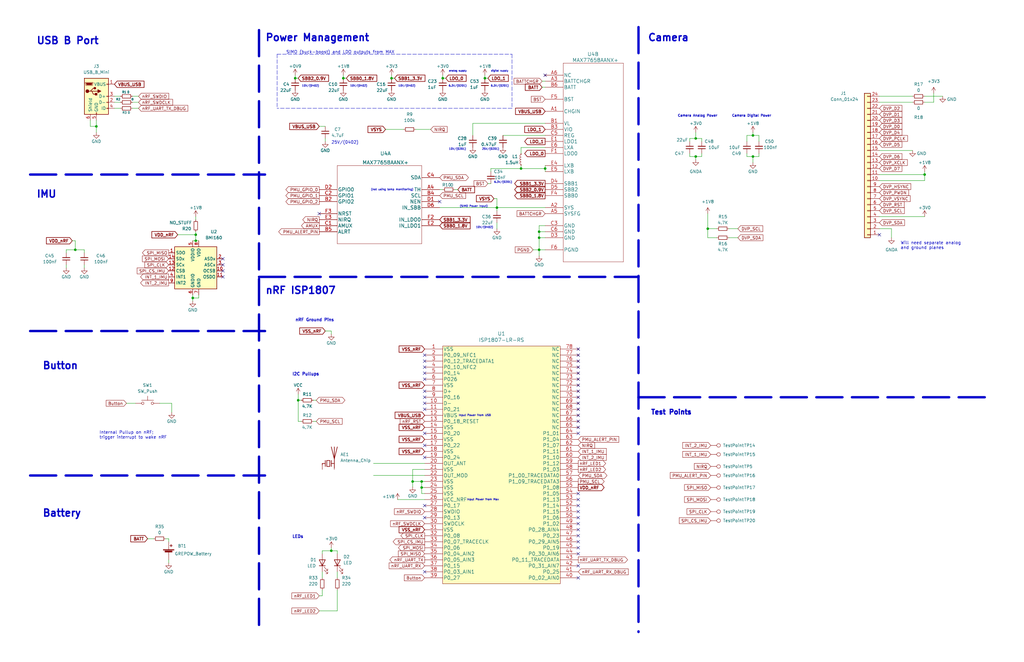
<source format=kicad_sch>
(kicad_sch (version 20211123) (generator eeschema)
  (paper "B")
  (junction (at 209.55 87.63))
  (junction (at 177.8 203.2))
  (junction (at 82.55 101.6))
  (junction (at 186.69 33.02))
  (junction (at 139.7 232.41))
  (junction (at 173.99 203.2))
  (junction (at 298.45 96.52))
  (junction (at 227.33 100.33))
  (junction (at 144.78 33.02))
  (junction (at 219.71 71.12))
  (junction (at 124.46 33.02))
  (junction (at 40.64 53.34))
  (junction (at 125.73 168.91))
  (junction (at 293.37 58.42))
  (junction (at 293.37 66.04))
  (junction (at 227.33 97.79))
  (junction (at 317.5 66.04))
  (junction (at 165.1 33.02))
  (junction (at 204.47 33.02))
  (junction (at 227.33 105.41))
  (junction (at 81.28 125.73))
  (junction (at 229.87 71.12))
  (junction (at 389.89 73.66))
  (junction (at 31.75 105.41))
  (junction (at 317.5 57.15))
  (junction (at 177.8 205.74))
  (junction (at 82.55 99.06))
  (no_connect (at 93.98 109.22))
  (no_connect (at 93.98 111.76))
  (no_connect (at 93.98 116.84))
  (no_connect (at 93.98 114.3))
  (no_connect (at 229.87 31.75))
  (no_connect (at 243.84 175.26))
  (no_connect (at 243.84 180.34))
  (no_connect (at 243.84 177.8))
  (no_connect (at 243.84 172.72))
  (no_connect (at 243.84 157.48))
  (no_connect (at 243.84 152.4))
  (no_connect (at 243.84 149.86))
  (no_connect (at 243.84 154.94))
  (no_connect (at 243.84 170.18))
  (no_connect (at 243.84 167.64))
  (no_connect (at 243.84 162.56))
  (no_connect (at 243.84 165.1))
  (no_connect (at 243.84 160.02))
  (no_connect (at 243.84 182.88))
  (no_connect (at 243.84 210.82))
  (no_connect (at 243.84 213.36))
  (no_connect (at 243.84 215.9))
  (no_connect (at 179.07 182.88))
  (no_connect (at 179.07 172.72))
  (no_connect (at 179.07 187.96))
  (no_connect (at 179.07 154.94))
  (no_connect (at 179.07 157.48))
  (no_connect (at 179.07 149.86))
  (no_connect (at 179.07 152.4))
  (no_connect (at 179.07 167.64))
  (no_connect (at 179.07 241.3))
  (no_connect (at 179.07 213.36))
  (no_connect (at 179.07 193.04))
  (no_connect (at 179.07 218.44))
  (no_connect (at 243.84 147.32))
  (no_connect (at 243.84 226.06))
  (no_connect (at 243.84 220.98))
  (no_connect (at 243.84 228.6))
  (no_connect (at 243.84 231.14))
  (no_connect (at 243.84 218.44))
  (no_connect (at 243.84 243.84))
  (no_connect (at 243.84 238.76))
  (no_connect (at 243.84 233.68))
  (no_connect (at 179.07 165.1))
  (no_connect (at 179.07 170.18))
  (no_connect (at 243.84 223.52))
  (no_connect (at 179.07 160.02))
  (no_connect (at 243.84 208.28))
  (no_connect (at 185.42 85.09))
  (no_connect (at 370.84 99.06))
  (no_connect (at 134.62 90.17))
  (wire (pts (xy 177.8 208.28) (xy 179.07 208.28)))
  (wire (pts (xy 134.62 257.81) (xy 142.24 257.81)))
  (wire (pts (xy 389.89 40.64) (xy 397.51 40.64)))
  (wire (pts (xy 187.96 33.02) (xy 186.69 33.02)))
  (wire (pts (xy 177.8 205.74) (xy 177.8 208.28)))
  (wire (pts (xy 370.84 40.64) (xy 384.81 40.64)))
  (wire (pts (xy 293.37 58.42) (xy 293.37 55.88)))
  (wire (pts (xy 370.84 76.2) (xy 389.89 76.2)))
  (wire (pts (xy 219.71 71.12) (xy 229.87 71.12)))
  (wire (pts (xy 224.79 105.41) (xy 227.33 105.41)))
  (wire (pts (xy 229.87 34.29) (xy 228.6 34.29)))
  (wire (pts (xy 227.33 97.79) (xy 229.87 97.79)))
  (wire (pts (xy 229.87 71.12) (xy 229.87 72.39)))
  (wire (pts (xy 135.89 233.68) (xy 135.89 232.41)))
  (wire (pts (xy 227.33 100.33) (xy 227.33 105.41)))
  (wire (pts (xy 142.24 257.81) (xy 142.24 248.92)))
  (wire (pts (xy 38.1 50.8) (xy 38.1 53.34)))
  (wire (pts (xy 298.45 90.17) (xy 298.45 96.52)))
  (wire (pts (xy 30.48 101.6) (xy 31.75 101.6)))
  (wire (pts (xy 375.92 96.52) (xy 375.92 100.33)))
  (wire (pts (xy 186.69 31.75) (xy 186.69 33.02)))
  (wire (pts (xy 293.37 66.04) (xy 293.37 67.31)))
  (wire (pts (xy 212.09 57.15) (xy 229.87 57.15)))
  (wire (pts (xy 227.33 95.25) (xy 227.33 97.79)))
  (wire (pts (xy 302.26 96.52) (xy 298.45 96.52)))
  (wire (pts (xy 72.39 170.18) (xy 72.39 173.99)))
  (polyline (pts (xy 109.22 116.84) (xy 269.24 116.84)) (stroke (width 1)))
  (wire (pts (xy 142.24 232.41) (xy 142.24 233.68)))
  (wire (pts (xy 208.28 83.82) (xy 209.55 83.82)))
  (wire (pts (xy 81.28 124.46) (xy 81.28 125.73)))
  (wire (pts (xy 165.1 31.75) (xy 165.1 33.02)))
  (wire (pts (xy 302.26 100.33) (xy 298.45 100.33)))
  (wire (pts (xy 199.39 52.07) (xy 229.87 52.07)))
  (wire (pts (xy 227.33 105.41) (xy 227.33 107.95)))
  (wire (pts (xy 48.26 40.64) (xy 50.8 40.64)))
  (wire (pts (xy 186.69 80.01) (xy 185.42 80.01)))
  (wire (pts (xy 219.71 62.23) (xy 219.71 64.77)))
  (wire (pts (xy 71.12 228.6) (xy 71.12 227.33)))
  (wire (pts (xy 64.77 227.33) (xy 62.23 227.33)))
  (wire (pts (xy 307.34 100.33) (xy 311.15 100.33)))
  (wire (pts (xy 40.64 50.8) (xy 40.64 53.34)))
  (wire (pts (xy 193.04 80.01) (xy 191.77 80.01)))
  (wire (pts (xy 135.89 232.41) (xy 139.7 232.41)))
  (wire (pts (xy 173.99 203.2) (xy 177.8 203.2)))
  (wire (pts (xy 320.04 59.69) (xy 320.04 57.15)))
  (wire (pts (xy 27.94 105.41) (xy 27.94 106.68)))
  (wire (pts (xy 295.91 66.04) (xy 293.37 66.04)))
  (wire (pts (xy 31.75 105.41) (xy 27.94 105.41)))
  (wire (pts (xy 307.34 96.52) (xy 311.15 96.52)))
  (wire (pts (xy 175.26 54.61) (xy 181.61 54.61)))
  (wire (pts (xy 167.64 210.82) (xy 179.07 210.82)))
  (wire (pts (xy 320.04 64.77) (xy 320.04 66.04)))
  (wire (pts (xy 124.46 31.75) (xy 124.46 33.02)))
  (wire (pts (xy 389.89 43.18) (xy 393.7 43.18)))
  (wire (pts (xy 177.8 203.2) (xy 177.8 205.74)))
  (wire (pts (xy 209.55 87.63) (xy 229.87 87.63)))
  (wire (pts (xy 320.04 66.04) (xy 317.5 66.04)))
  (wire (pts (xy 290.83 66.04) (xy 293.37 66.04)))
  (wire (pts (xy 35.56 106.68) (xy 35.56 105.41)))
  (wire (pts (xy 185.42 87.63) (xy 209.55 87.63)))
  (wire (pts (xy 227.33 100.33) (xy 229.87 100.33)))
  (wire (pts (xy 320.04 57.15) (xy 317.5 57.15)))
  (wire (pts (xy 82.55 97.79) (xy 82.55 99.06)))
  (wire (pts (xy 124.46 33.02) (xy 125.73 33.02)))
  (wire (pts (xy 82.55 91.44) (xy 82.55 92.71)))
  (wire (pts (xy 209.55 87.63) (xy 209.55 88.9)))
  (wire (pts (xy 35.56 105.41) (xy 31.75 105.41)))
  (wire (pts (xy 314.96 66.04) (xy 317.5 66.04)))
  (wire (pts (xy 389.89 72.39) (xy 389.89 73.66)))
  (wire (pts (xy 139.7 232.41) (xy 142.24 232.41)))
  (wire (pts (xy 127 168.91) (xy 125.73 168.91)))
  (wire (pts (xy 204.47 31.75) (xy 204.47 33.02)))
  (wire (pts (xy 165.1 33.02) (xy 166.37 33.02)))
  (wire (pts (xy 290.83 59.69) (xy 290.83 58.42)))
  (wire (pts (xy 205.74 33.02) (xy 204.47 33.02)))
  (wire (pts (xy 209.55 93.98) (xy 209.55 96.52)))
  (wire (pts (xy 227.33 97.79) (xy 227.33 100.33)))
  (wire (pts (xy 40.64 53.34) (xy 40.64 55.88)))
  (wire (pts (xy 48.26 43.18) (xy 50.8 43.18)))
  (wire (pts (xy 127 177.8) (xy 125.73 177.8)))
  (wire (pts (xy 137.16 58.42) (xy 137.16 59.69)))
  (wire (pts (xy 314.96 59.69) (xy 314.96 57.15)))
  (wire (pts (xy 134.62 251.46) (xy 135.89 251.46)))
  (wire (pts (xy 71.12 237.49) (xy 71.12 236.22)))
  (wire (pts (xy 177.8 205.74) (xy 179.07 205.74)))
  (wire (pts (xy 317.5 66.04) (xy 317.5 68.58)))
  (wire (pts (xy 157.48 200.66) (xy 179.07 200.66)))
  (wire (pts (xy 125.73 168.91) (xy 125.73 177.8)))
  (wire (pts (xy 82.55 101.6) (xy 83.82 101.6)))
  (wire (pts (xy 135.89 251.46) (xy 135.89 248.92)))
  (wire (pts (xy 173.99 203.2) (xy 173.99 205.486)))
  (wire (pts (xy 229.87 95.25) (xy 227.33 95.25)))
  (wire (pts (xy 135.89 241.3) (xy 135.89 243.84)))
  (wire (pts (xy 71.12 227.33) (xy 69.85 227.33)))
  (wire (pts (xy 227.33 105.41) (xy 229.87 105.41)))
  (wire (pts (xy 144.78 31.75) (xy 144.78 33.02)))
  (wire (pts (xy 370.84 96.52) (xy 375.92 96.52)))
  (polyline (pts (xy 215.9 45.72) (xy 116.84 45.72)))
  (wire (pts (xy 314.96 57.15) (xy 317.5 57.15)))
  (wire (pts (xy 290.83 64.77) (xy 290.83 66.04)))
  (wire (pts (xy 53.34 170.18) (xy 57.15 170.18)))
  (wire (pts (xy 27.94 111.76) (xy 27.94 113.03)))
  (wire (pts (xy 179.07 198.12) (xy 173.99 198.12)))
  (wire (pts (xy 295.91 64.77) (xy 295.91 66.04)))
  (wire (pts (xy 389.89 91.44) (xy 370.84 91.44)))
  (wire (pts (xy 35.56 111.76) (xy 35.56 113.03)))
  (wire (pts (xy 314.96 64.77) (xy 314.96 66.04)))
  (wire (pts (xy 134.62 53.34) (xy 137.16 53.34)))
  (wire (pts (xy 298.45 96.52) (xy 298.45 100.33)))
  (wire (pts (xy 209.55 83.82) (xy 209.55 87.63)))
  (wire (pts (xy 31.75 101.6) (xy 31.75 105.41)))
  (wire (pts (xy 48.26 45.72) (xy 50.8 45.72)))
  (wire (pts (xy 81.28 125.73) (xy 83.82 125.73)))
  (polyline (pts (xy 116.84 22.86) (xy 215.9 22.86)))
  (wire (pts (xy 370.84 63.5) (xy 384.81 63.5)))
  (wire (pts (xy 139.7 231.14) (xy 139.7 232.41)))
  (wire (pts (xy 370.84 43.18) (xy 384.81 43.18)))
  (wire (pts (xy 55.88 45.72) (xy 58.42 45.72)))
  (wire (pts (xy 162.56 54.61) (xy 170.18 54.61)))
  (wire (pts (xy 177.8 203.2) (xy 179.07 203.2)))
  (wire (pts (xy 229.87 69.85) (xy 229.87 71.12)))
  (polyline (pts (xy 12.7 139.7) (xy 111.76 139.7)) (stroke (width 1)))
  (wire (pts (xy 82.55 99.06) (xy 82.55 101.6)))
  (polyline (pts (xy 12.7 200.66) (xy 111.76 200.66)) (stroke (width 1)))
  (wire (pts (xy 389.89 76.2) (xy 389.89 73.66)))
  (wire (pts (xy 139.7 140.97) (xy 139.7 139.7)))
  (wire (pts (xy 83.82 124.46) (xy 83.82 125.73)))
  (wire (pts (xy 81.28 101.6) (xy 82.55 101.6)))
  (wire (pts (xy 74.93 99.06) (xy 82.55 99.06)))
  (wire (pts (xy 137.16 139.7) (xy 139.7 139.7)))
  (wire (pts (xy 125.73 166.37) (xy 125.73 168.91)))
  (wire (pts (xy 219.71 69.85) (xy 219.71 71.12)))
  (wire (pts (xy 55.88 43.18) (xy 58.42 43.18)))
  (wire (pts (xy 199.39 57.15) (xy 199.39 52.07)))
  (wire (pts (xy 81.28 125.73) (xy 81.28 127)))
  (wire (pts (xy 144.78 33.02) (xy 146.05 33.02)))
  (wire (pts (xy 205.74 77.47) (xy 207.01 77.47)))
  (wire (pts (xy 295.91 58.42) (xy 293.37 58.42)))
  (polyline (pts (xy 215.9 22.86) (xy 215.9 45.72)))
  (wire (pts (xy 132.08 168.91) (xy 133.35 168.91)))
  (wire (pts (xy 370.84 73.66) (xy 389.89 73.66)))
  (wire (pts (xy 393.7 39.37) (xy 393.7 43.18)))
  (wire (pts (xy 295.91 59.69) (xy 295.91 58.42)))
  (wire (pts (xy 179.07 195.58) (xy 157.48 195.58)))
  (wire (pts (xy 229.87 36.83) (xy 228.6 36.83)))
  (wire (pts (xy 55.88 40.64) (xy 58.42 40.64)))
  (wire (pts (xy 132.08 177.8) (xy 133.35 177.8)))
  (polyline (pts (xy 269.24 11.43) (xy 269.24 266.7)) (stroke (width 1)))
  (polyline (pts (xy 109.22 12.7) (xy 109.22 266.7)) (stroke (width 1)))
  (wire (pts (xy 207.01 71.12) (xy 219.71 71.12)))
  (wire (pts (xy 142.24 241.3) (xy 142.24 243.84)))
  (polyline (pts (xy 116.84 22.86) (xy 116.84 45.72)))
  (wire (pts (xy 67.31 170.18) (xy 72.39 170.18)))
  (wire (pts (xy 173.99 198.12) (xy 173.99 203.2)))
  (wire (pts (xy 290.83 58.42) (xy 293.37 58.42)))
  (polyline (pts (xy 12.7 73.66) (xy 111.76 73.66)) (stroke (width 1)))
  (wire (pts (xy 229.87 62.23) (xy 219.71 62.23)))
  (wire (pts (xy 317.5 57.15) (xy 317.5 55.88)))
  (wire (pts (xy 38.1 53.34) (xy 40.64 53.34)))
  (polyline (pts (xy 269.24 167.64) (xy 419.1 167.64)) (stroke (width 1)))
  (wire (pts (xy 207.01 72.39) (xy 207.01 71.12)))
  (text "10V/(0402)" (at 200.66 96.52 0) (effects (font (size 0.8 0.8)) (justify left bottom)))
  (text "Battery" (at 17.78 218.44 0) (effects (font (size 3 3) (thickness 0.6) bold) (justify left bottom)))
  (text "Button" (at 17.78 156.21 0) (effects (font (size 3 3) (thickness 0.6) bold) (justify left bottom)))
  (text "10V/(0402)" (at 134.62 36.83 180) (effects (font (size 0.8 0.8)) (justify right bottom)))
  (text "Input Power from USB" (at 193.3381 175.8817 0) (effects (font (size 0.8 0.8) bold) (justify left bottom)))
  (text "25V/(0402)" (at 139.7 60.96 0) (effects (font (size 1.27 1.27)) (justify left bottom)))
  (text "Input Power from Max" (at 196.8092 211.4093 0) (effects (font (size 0.8 0.8) bold) (justify left bottom)))
  (text "6.3V/(0201)" (at 208.28 77.47 0) (effects (font (size 0.8 0.8)) (justify left bottom)))
  (text "Test Points" (at 274.32 175.26 0) (effects (font (size 2 2) (thickness 0.6) bold) (justify left bottom)))
  (text "Camera Digital Power" (at 308.61 49.53 0) (effects (font (size 1 1) (thickness 0.2) bold) (justify left bottom)))
  (text "nRF ISP1807" (at 111.76 124.46 0) (effects (font (size 3 3) (thickness 0.6) bold) (justify left bottom)))
  (text "USB B Port" (at 15.24 19.05 0) (effects (font (size 3 3) (thickness 0.6) bold) (justify left bottom)))
  (text "Internal Pullup on nRF;\ntrigger interrupt to wake nRF" (at 41.91 185.42 0) (effects (font (size 1.27 1.27)) (justify left bottom)))
  (text "analog supply" (at 189.23 30.48 0) (effects (font (size 0.7 0.7)) (justify left bottom)))
  (text "6.3V/(0201)" (at 196.85 36.83 180) (effects (font (size 0.8 0.8)) (justify right bottom)))
  (text "6.3V/(0201)" (at 214.63 36.83 180) (effects (font (size 0.8 0.8)) (justify right bottom)))
  (text "10V/(0201)" (at 189.23 63.5 0) (effects (font (size 0.8 0.8)) (justify left bottom)))
  (text "(not using temp montitoring)\n" (at 174.3646 80.5981 180) (effects (font (size 0.8 0.8)) (justify right bottom)))
  (text "Camera Analog Power" (at 285.75 49.53 0) (effects (font (size 1 1) (thickness 0.2) bold) (justify left bottom)))
  (text "LEDs" (at 123.19 227.33 0) (effects (font (size 1.27 1.27) (thickness 0.254) bold) (justify left bottom)))
  (text "10V/(0402)" (at 154.94 36.83 180) (effects (font (size 0.8 0.8)) (justify right bottom)))
  (text "digital supply" (at 207.01 30.48 0) (effects (font (size 0.7 0.7)) (justify left bottom)))
  (text "Will need separate analog\nand ground planes" (at 379.73 105.41 0) (effects (font (size 1.27 1.27)) (justify left bottom)))
  (text "10V/(0402)" (at 175.26 36.83 180) (effects (font (size 0.8 0.8)) (justify right bottom)))
  (text "SIMO (buck-boost) and LDO outputs from MAX" (at 120.65 22.86 0) (effects (font (size 1.27 1.27)) (justify left bottom)))
  (text "Camera" (at 273.05 17.78 0) (effects (font (size 3 3) (thickness 0.6) bold) (justify left bottom)))
  (text "nRF Ground Pins" (at 124.46 135.89 0) (effects (font (size 1.27 1.27) (thickness 0.254) bold) (justify left bottom)))
  (text "I2C Pullups" (at 123.19 158.75 0) (effects (font (size 1.27 1.27) (thickness 0.254) bold) (justify left bottom)))
  (text "25V/(0201)" (at 203.2 63.5 0) (effects (font (size 0.8 0.8)) (justify left bottom)))
  (text "IMU" (at 15.24 83.82 0) (effects (font (size 3 3) (thickness 0.6) bold) (justify left bottom)))
  (text "Power Management " (at 111.76 17.78 0) (effects (font (size 3 3) (thickness 0.6) bold) (justify left bottom)))
  (text "(SIMO Power Input)\n" (at 205.74 87.63 180) (effects (font (size 0.8 0.8)) (justify right bottom)))
  (global_label "VDD_nRF" (shape input) (at 74.93 99.06 180) (effects (font (thickness 0.254) bold)) (property "Intersheet References" "${INTERSHEET_REFS}" (effects hide)))
  (global_label "SPI_CLK" (shape input) (at 71.12 111.76 180) (property "Intersheet References" "${INTERSHEET_REFS}" (effects hide)))
  (global_label "DVP_XCLK" (shape input) (at 370.84 68.58 0) (property "Intersheet References" "${INTERSHEET_REFS}" (effects hide)))
  (global_label "VDD_nRF" (shape output) (at 243.84 205.74 0) (effects (font (thickness 0.254) bold)) (property "Intersheet References" "${INTERSHEET_REFS}" (effects hide)))
  (global_label "SBB0_1.8V" (shape input) (at 146.05 33.02 0) (effects (font (thickness 0.254) bold)) (property "Intersheet References" "${INTERSHEET_REFS}" (effects hide)))
  (global_label "VBUS_USB" (shape input) (at 134.62 53.34 180) (effects (font (thickness 0.254) bold)) (property "Intersheet References" "${INTERSHEET_REFS}" (effects hide)))
  (global_label "BATTCHGR" (shape input) (at 228.6 34.29 180) (property "Intersheet References" "${INTERSHEET_REFS}" (effects hide)))
  (global_label "VBUS_USB" (shape input) (at 229.87 46.99 180) (effects (font (thickness 0.254) bold)) (property "Intersheet References" "${INTERSHEET_REFS}" (effects hide)))
  (global_label "DVP_VSYNC" (shape input) (at 370.84 83.82 0) (property "Intersheet References" "${INTERSHEET_REFS}" (effects hide)))
  (global_label "PMU_GPIO_0" (shape output) (at 134.62 80.01 180) (property "Intersheet References" "${INTERSHEET_REFS}" (effects hide)))
  (global_label "NIRQ" (shape input) (at 181.61 54.61 0) (property "Intersheet References" "${INTERSHEET_REFS}" (effects hide)))
  (global_label "SPI_CLK" (shape output) (at 179.07 226.06 180) (property "Intersheet References" "${INTERSHEET_REFS}" (effects hide)))
  (global_label "INT_2_IMU" (shape input) (at 243.84 193.04 0) (property "Intersheet References" "${INTERSHEET_REFS}" (effects hide)))
  (global_label "VSS_nRF" (shape input) (at 179.07 223.52 180) (effects (font (thickness 0.254) bold)) (property "Intersheet References" "${INTERSHEET_REFS}" (effects hide)))
  (global_label "BST" (shape input) (at 205.74 77.47 180) (property "Intersheet References" "${INTERSHEET_REFS}" (effects hide)))
  (global_label "DVP_D5" (shape input) (at 370.84 60.96 0) (property "Intersheet References" "${INTERSHEET_REFS}" (effects hide)))
  (global_label "PMU_SDA" (shape bidirectional) (at 133.35 168.91 0) (property "Intersheet References" "${INTERSHEET_REFS}" (effects hide)))
  (global_label "VSS_nRF" (shape input) (at 179.07 180.34 180) (effects (font (thickness 0.254) bold)) (property "Intersheet References" "${INTERSHEET_REFS}" (effects hide)))
  (global_label "VSS_nRF" (shape input) (at 179.07 185.42 180) (effects (font (thickness 0.254) bold)) (property "Intersheet References" "${INTERSHEET_REFS}" (effects hide)))
  (global_label "PMU_SCL" (shape input) (at 185.42 82.55 0) (property "Intersheet References" "${INTERSHEET_REFS}" (effects hide)))
  (global_label "SBB2_0.9V" (shape output) (at 229.87 80.01 180) (effects (font (thickness 0.254) bold)) (property "Intersheet References" "${INTERSHEET_REFS}" (effects hide)))
  (global_label "DVP_D0" (shape input) (at 370.84 53.34 0) (property "Intersheet References" "${INTERSHEET_REFS}" (effects hide)))
  (global_label "BST" (shape input) (at 229.87 41.91 180) (property "Intersheet References" "${INTERSHEET_REFS}" (effects hide)))
  (global_label "nRF_UART_RX_DBUG" (shape input) (at 243.84 241.3 0) (property "Intersheet References" "${INTERSHEET_REFS}" (effects hide)))
  (global_label "PMU_SCL" (shape input) (at 133.35 177.8 0) (property "Intersheet References" "${INTERSHEET_REFS}" (effects hide)))
  (global_label "SBB1_3.3V" (shape input) (at 185.42 92.71 0) (effects (font (thickness 0.254) bold)) (property "Intersheet References" "${INTERSHEET_REFS}" (effects hide)))
  (global_label "VBUS_USB" (shape input) (at 179.07 175.26 180) (effects (font (thickness 0.254) bold)) (property "Intersheet References" "${INTERSHEET_REFS}" (effects hide)))
  (global_label "LDO_1" (shape output) (at 229.87 59.69 180) (effects (font (thickness 0.254) bold)) (property "Intersheet References" "${INTERSHEET_REFS}" (effects hide)))
  (global_label "LDO_0" (shape output) (at 229.87 64.77 180) (effects (font (thickness 0.254) bold)) (property "Intersheet References" "${INTERSHEET_REFS}" (effects hide)))
  (global_label "BATT" (shape input) (at 228.6 36.83 180) (effects (font (thickness 0.254) bold)) (property "Intersheet References" "${INTERSHEET_REFS}" (effects hide)))
  (global_label "INT_2_IMU" (shape output) (at 71.12 119.38 180) (property "Intersheet References" "${INTERSHEET_REFS}" (effects hide)))
  (global_label "DVP_D4" (shape input) (at 370.84 55.88 0) (property "Intersheet References" "${INTERSHEET_REFS}" (effects hide)))
  (global_label "Button" (shape input) (at 53.34 170.18 180) (property "Intersheet References" "${INTERSHEET_REFS}" (effects hide)))
  (global_label "INT_1_IMU" (shape input) (at 299.72 191.77 180) (property "Intersheet References" "${INTERSHEET_REFS}" (effects hide)))
  (global_label "Button" (shape input) (at 179.07 243.84 180) (property "Intersheet References" "${INTERSHEET_REFS}" (effects hide)))
  (global_label "PGND" (shape input) (at 224.79 105.41 180) (property "Intersheet References" "${INTERSHEET_REFS}" (effects hide)))
  (global_label "PMU_SCL" (shape output) (at 243.84 203.2 0) (property "Intersheet References" "${INTERSHEET_REFS}" (effects hide)))
  (global_label "INT_1_IMU" (shape input) (at 243.84 190.5 0) (property "Intersheet References" "${INTERSHEET_REFS}" (effects hide)))
  (global_label "VSYS" (shape input) (at 208.28 83.82 180) (effects (font (thickness 0.254) bold)) (property "Intersheet References" "${INTERSHEET_REFS}" (effects hide)))
  (global_label "NIRQ" (shape input) (at 243.84 187.96 0) (property "Intersheet References" "${INTERSHEET_REFS}" (effects hide)))
  (global_label "nRF_LED2" (shape input) (at 134.62 257.81 180) (property "Intersheet References" "${INTERSHEET_REFS}" (effects hide)))
  (global_label "VSS_nRF" (shape input) (at 179.07 162.56 180) (effects (font (thickness 0.254) bold)) (property "Intersheet References" "${INTERSHEET_REFS}" (effects hide)))
  (global_label "DVP_D7" (shape input) (at 370.84 71.12 0) (property "Intersheet References" "${INTERSHEET_REFS}" (effects hide)))
  (global_label "DVP_PWDN" (shape input) (at 370.84 81.28 0) (property "Intersheet References" "${INTERSHEET_REFS}" (effects hide)))
  (global_label "nRF_UART_TX_DBUG" (shape input) (at 58.42 45.72 0) (property "Intersheet References" "${INTERSHEET_REFS}" (effects hide)))
  (global_label "nRF_UART_RX" (shape input) (at 179.07 238.76 180) (property "Intersheet References" "${INTERSHEET_REFS}" (effects hide)))
  (global_label "BATT" (shape input) (at 193.04 80.01 0) (effects (font (thickness 0.254) bold)) (property "Intersheet References" "${INTERSHEET_REFS}" (effects hide)))
  (global_label "DVP_SDA" (shape input) (at 370.84 93.98 0) (property "Intersheet References" "${INTERSHEET_REFS}" (effects hide)))
  (global_label "DVP_SDA" (shape input) (at 311.15 100.33 0) (property "Intersheet References" "${INTERSHEET_REFS}" (effects hide)))
  (global_label "nRF_SWDCLK" (shape input) (at 58.42 43.18 0) (property "Intersheet References" "${INTERSHEET_REFS}" (effects hide)))
  (global_label "DVP_RST" (shape input) (at 370.84 86.36 0) (property "Intersheet References" "${INTERSHEET_REFS}" (effects hide)))
  (global_label "SBB1_3.3V" (shape output) (at 229.87 77.47 180) (effects (font (thickness 0.254) bold)) (property "Intersheet References" "${INTERSHEET_REFS}" (effects hide)))
  (global_label "SPI_CLK" (shape input) (at 299.72 215.9 180) (property "Intersheet References" "${INTERSHEET_REFS}" (effects hide)))
  (global_label "BATTCHGR" (shape input) (at 229.87 90.17 180) (property "Intersheet References" "${INTERSHEET_REFS}" (effects hide)))
  (global_label "nRF_RST" (shape input) (at 179.07 177.8 180) (property "Intersheet References" "${INTERSHEET_REFS}" (effects hide)))
  (global_label "INT_2_IMU" (shape input) (at 299.72 187.96 180) (property "Intersheet References" "${INTERSHEET_REFS}" (effects hide)))
  (global_label "PMU_ALERT_PIN" (shape input) (at 243.84 185.42 0) (property "Intersheet References" "${INTERSHEET_REFS}" (effects hide)))
  (global_label "nRF_LED1" (shape output) (at 243.84 195.58 0) (property "Intersheet References" "${INTERSHEET_REFS}" (effects hide)))
  (global_label "VSS_nRF" (shape input) (at 179.07 147.32 180) (effects (font (thickness 0.254) bold)) (property "Intersheet References" "${INTERSHEET_REFS}" (effects hide)))
  (global_label "PMU_GPIO_2" (shape output) (at 134.62 85.09 180) (property "Intersheet References" "${INTERSHEET_REFS}" (effects hide)))
  (global_label "DVP_D6" (shape input) (at 370.84 66.04 0) (property "Intersheet References" "${INTERSHEET_REFS}" (effects hide)))
  (global_label "DVP_SCL" (shape input) (at 311.15 96.52 0) (property "Intersheet References" "${INTERSHEET_REFS}" (effects hide)))
  (global_label "PMU_ALERT_PIN" (shape input) (at 299.72 200.66 180) (property "Intersheet References" "${INTERSHEET_REFS}" (effects hide)))
  (global_label "PMU_SDA" (shape bidirectional) (at 243.84 200.66 0) (property "Intersheet References" "${INTERSHEET_REFS}" (effects hide)))
  (global_label "DVP_D1" (shape input) (at 370.84 48.26 0) (property "Intersheet References" "${INTERSHEET_REFS}" (effects hide)))
  (global_label "VBUS_USB" (shape input) (at 48.26 35.56 0) (effects (font (thickness 0.254) bold)) (property "Intersheet References" "${INTERSHEET_REFS}" (effects hide)))
  (global_label "BATT" (shape input) (at 62.23 227.33 180) (effects (font (thickness 0.254) bold)) (property "Intersheet References" "${INTERSHEET_REFS}" (effects hide)))
  (global_label "nRF_LED2" (shape output) (at 243.84 198.12 0) (property "Intersheet References" "${INTERSHEET_REFS}" (effects hide)))
  (global_label "SPI_MISO" (shape input) (at 299.72 205.74 180) (property "Intersheet References" "${INTERSHEET_REFS}" (effects hide)))
  (global_label "PMU_SDA" (shape bidirectional) (at 185.42 74.93 0) (property "Intersheet References" "${INTERSHEET_REFS}" (effects hide)))
  (global_label "NIRQ" (shape input) (at 299.72 196.85 180) (property "Intersheet References" "${INTERSHEET_REFS}" (effects hide)))
  (global_label "SPI_MOSI" (shape input) (at 299.72 210.82 180) (property "Intersheet References" "${INTERSHEET_REFS}" (effects hide)))
  (global_label "AMUX" (shape output) (at 134.62 95.25 180) (property "Intersheet References" "${INTERSHEET_REFS}" (effects hide)))
  (global_label "nRF_SWDCLK" (shape input) (at 179.07 220.98 180) (property "Intersheet References" "${INTERSHEET_REFS}" (effects hide)))
  (global_label "SPI_CS_IMU" (shape input) (at 299.72 219.71 180) (property "Intersheet References" "${INTERSHEET_REFS}" (effects hide)))
  (global_label "PMU_ALERT_PIN" (shape output) (at 134.62 97.79 180) (property "Intersheet References" "${INTERSHEET_REFS}" (effects hide)))
  (global_label "SPI_CS_IMU" (shape output) (at 179.07 228.6 180) (property "Intersheet References" "${INTERSHEET_REFS}" (effects hide)))
  (global_label "nRF_LED1" (shape input) (at 134.62 251.46 180) (property "Intersheet References" "${INTERSHEET_REFS}" (effects hide)))
  (global_label "SPI_MOSI" (shape output) (at 179.07 231.14 180) (property "Intersheet References" "${INTERSHEET_REFS}" (effects hide)))
  (global_label "PMU_GPIO_1" (shape output) (at 134.62 82.55 180) (property "Intersheet References" "${INTERSHEET_REFS}" (effects hide)))
  (global_label "VSYS" (shape input) (at 162.56 54.61 180) (effects (font (thickness 0.254) bold)) (property "Intersheet References" "${INTERSHEET_REFS}" (effects hide)))
  (global_label "SBB1_3.3V" (shape input) (at 166.37 33.02 0) (effects (font (thickness 0.254) bold)) (property "Intersheet References" "${INTERSHEET_REFS}" (effects hide)))
  (global_label "DVP_SCL" (shape input) (at 370.84 88.9 0) (property "Intersheet References" "${INTERSHEET_REFS}" (effects hide)))
  (global_label "DVP_D3" (shape input) (at 370.84 50.8 0) (property "Intersheet References" "${INTERSHEET_REFS}" (effects hide)))
  (global_label "SPI_MISO" (shape output) (at 71.12 106.68 180) (property "Intersheet References" "${INTERSHEET_REFS}" (effects hide)))
  (global_label "VDD_nRF" (shape input) (at 30.48 101.6 180) (effects (font (thickness 0.254) bold)) (property "Intersheet References" "${INTERSHEET_REFS}" (effects hide)))
  (global_label "SPI_MOSI" (shape input) (at 71.12 109.22 180) (property "Intersheet References" "${INTERSHEET_REFS}" (effects hide)))
  (global_label "DVP_PCLK" (shape input) (at 370.84 58.42 0) (property "Intersheet References" "${INTERSHEET_REFS}" (effects hide)))
  (global_label "VSS_nRF" (shape input) (at 137.16 139.7 180) (effects (font (thickness 0.254) bold)) (property "Intersheet References" "${INTERSHEET_REFS}" (effects hide)))
  (global_label "SBB0_1.8V" (shape input) (at 185.42 95.25 0) (effects (font (thickness 0.254) bold)) (property "Intersheet References" "${INTERSHEET_REFS}" (effects hide)))
  (global_label "DVP_D2" (shape input) (at 370.84 45.72 0) (property "Intersheet References" "${INTERSHEET_REFS}" (effects hide)))
  (global_label "SBB2_0.9V" (shape input) (at 125.73 33.02 0) (effects (font (thickness 0.254) bold)) (property "Intersheet References" "${INTERSHEET_REFS}" (effects hide)))
  (global_label "VSS_nRF" (shape input) (at 179.07 190.5 180) (effects (font (thickness 0.254) bold)) (property "Intersheet References" "${INTERSHEET_REFS}" (effects hide)))
  (global_label "NIRQ" (shape output) (at 134.62 92.71 180) (property "Intersheet References" "${INTERSHEET_REFS}" (effects hide)))
  (global_label "SPI_MISO" (shape input) (at 179.07 233.68 180) (property "Intersheet References" "${INTERSHEET_REFS}" (effects hide)))
  (global_label "INT_1_IMU" (shape output) (at 71.12 116.84 180) (property "Intersheet References" "${INTERSHEET_REFS}" (effects hide)))
  (global_label "SBB0_1.8V" (shape output) (at 229.87 82.55 180) (effects (font (thickness 0.254) bold)) (property "Intersheet References" "${INTERSHEET_REFS}" (effects hide)))
  (global_label "nRF_UART_TX" (shape output) (at 179.07 236.22 180) (property "Intersheet References" "${INTERSHEET_REFS}" (effects hide)))
  (global_label "LDO_1" (shape input) (at 205.74 33.02 0) (effects (font (thickness 0.254) bold)) (property "Intersheet References" "${INTERSHEET_REFS}" (effects hide)))
  (global_label "nRF_UART_TX_DBUG" (shape output) (at 243.84 236.22 0) (property "Intersheet References" "${INTERSHEET_REFS}" (effects hide)))
  (global_label "nRF_SWDIO" (shape input) (at 179.07 215.9 180) (property "Intersheet References" "${INTERSHEET_REFS}" (effects hide)))
  (global_label "nRF_SWDIO" (shape input) (at 58.42 40.64 0) (property "Intersheet References" "${INTERSHEET_REFS}" (effects hide)))
  (global_label "LDO_1" (shape input) (at 229.87 54.61 180) (effects (font (thickness 0.254) bold)) (property "Intersheet References" "${INTERSHEET_REFS}" (effects hide)))
  (global_label "DVP_HSYNC" (shape input) (at 370.84 78.74 0) (property "Intersheet References" "${INTERSHEET_REFS}" (effects hide)))
  (global_label "SPI_CS_IMU" (shape input) (at 71.12 114.3 180) (property "Intersheet References" "${INTERSHEET_REFS}" (effects hide)))
  (global_label "LDO_0" (shape input) (at 187.96 33.02 0) (effects (font (thickness 0.254) bold)) (property "Intersheet References" "${INTERSHEET_REFS}" (effects hide)))
  (symbol (lib_id "Sensor_Motion:BMI160") (at 83.82 111.76 0) (unit 1)
    (property "Reference" "U2" (at 90.17 97.79 0))
    (property "Value" "BMI160" (at 90.17 100.33 0))
    (property "Footprint" "Package_LGA:Bosch_LGA-14_3x2.5mm_P0.5mm" (effects hide))
    (property "Datasheet" "https://ae-bst.resource.bosch.com/media/_tech/media/datasheets/BST-BMI160-DS000.pdf" (effects hide))
  )
  (symbol (lib_id "balsamic-rescue:ISP1807-LR-RS-ISP1807") (at 179.07 147.32 0) (unit 1)
    (property "Reference" "U1" (at 211.455 140.7922 0) (effects (font (size 1.524 1.524))))
    (property "Value" "ISP1807-LR-RS" (at 211.455 143.4846 0) (effects (font (size 1.524 1.524))))
    (property "Footprint" "footprints:ISP1807-LR-RS" (effects hide))
  )
  (symbol (lib_id "Connector_Generic:Conn_01x24") (at 365.76 71.12 180) (unit 1)
    (property "Reference" "J1" (at 356.87 39.37 0) (effects (justify left)))
    (property "Value" "Conn_01x24" (at 361.95 41.91 0) (effects (justify left)))
    (property "Footprint" "Connector_FFC-FPC:Hirose_FH12-24S-0.5SH_1x24-1MP_P0.50mm_Horizontal" (effects hide))
  )
  (symbol (lib_id "kendryte-power:+0V9") (at 124.46 31.75 0) (unit 1) (in_bom no) (on_board no)
    (property "Reference" "#PWR011" (effects hide))
    (property "Value" "+0V9" (at 124.46 27.94 0))
  )
  (symbol (lib_id "Device:R_Small") (at 304.8 100.33 270) (unit 1)
    (property "Reference" "R16" (at 304.8 102.87 90))
    (property "Value" "4.7K" (at 304.8 105.41 90))
    (property "Footprint" "Resistor_SMD:R_0201_0603Metric" (effects hide))
  )
  (symbol (lib_id "Device:R_Small") (at 129.54 168.91 90) (unit 1)
    (property "Reference" "R11" (at 129.54 166.37 90))
    (property "Value" "4.7K" (at 129.54 171.45 90))
    (property "Footprint" "Resistor_SMD:R_0201_0603Metric" (effects hide))
  )
  (symbol (lib_id "power:GNDA") (at 375.92 100.33 0) (unit 1)
    (property "Reference" "#PWR055" (effects hide))
    (property "Value" "GNDA" (at 375.92 105.41 0))
  )
  (symbol (lib_id "Connector:TestPoint") (at 299.72 210.82 270) (unit 1)
    (property "Reference" "TP18" (at 313.69 210.82 90) (effects (justify left)))
    (property "Value" "TestPoint" (at 304.8 210.82 90) (effects (justify left)))
    (property "Footprint" "TestPoint:TestPoint_Pad_D1.0mm" (effects hide))
  )
  (symbol (lib_id "Device:R_Small") (at 67.31 227.33 270) (unit 1)
    (property "Reference" "R35" (at 67.31 222.25 90))
    (property "Value" "0" (at 67.31 224.79 90))
    (property "Footprint" "Resistor_SMD:R_0402_1005Metric" (effects hide))
  )
  (symbol (lib_id "power:GND") (at 317.5 68.58 0) (unit 1)
    (property "Reference" "#PWR060" (effects hide))
    (property "Value" "GND" (at 317.5 72.39 0))
  )
  (symbol (lib_id "Device:C_Small") (at 295.91 62.23 180) (unit 1)
    (property "Reference" "C48" (at 300.99 59.69 0) (effects (justify left)))
    (property "Value" "10uF" (at 303.53 62.23 0) (effects (justify left)))
    (property "Footprint" "Capacitor_SMD:C_0201_0603Metric" (effects hide))
  )
  (symbol (lib_id "Device:C_Small") (at 144.78 35.56 0) (unit 1)
    (property "Reference" "C10" (at 138.43 35.56 0) (effects (justify left)))
    (property "Value" "22uF" (at 138.43 38.1 0) (effects (justify left)))
    (property "Footprint" "Capacitor_SMD:C_0201_0603Metric" (effects hide))
  )
  (symbol (lib_id "Device:C_Small") (at 199.39 59.69 180) (unit 1)
    (property "Reference" "C28" (at 196.85 58.42 0) (effects (justify left)))
    (property "Value" "1uF" (at 196.85 60.96 0) (effects (justify left)))
    (property "Footprint" "Capacitor_SMD:C_0201_0603Metric" (effects hide))
  )
  (symbol (lib_id "power:GND") (at 173.99 205.486 0) (unit 1)
    (property "Reference" "#PWR044" (effects hide))
    (property "Value" "GND" (at 173.99 209.296 0))
  )
  (symbol (lib_id "Device:C_Small") (at 207.01 74.93 180) (unit 1)
    (property "Reference" "C34" (at 212.09 72.39 0) (effects (justify left)))
    (property "Value" "10nF" (at 213.36 74.93 0) (effects (justify left)))
    (property "Footprint" "Capacitor_SMD:C_0201_0603Metric" (effects hide))
  )
  (symbol (lib_id "Connector:TestPoint") (at 299.72 191.77 270) (unit 1)
    (property "Reference" "TP15" (at 313.69 191.77 90) (effects (justify left)))
    (property "Value" "TestPoint" (at 304.8 191.77 90) (effects (justify left)))
    (property "Footprint" "TestPoint:TestPoint_Pad_D1.0mm" (effects hide))
  )
  (symbol (lib_id "power:+3V0") (at 389.89 91.44 0) (unit 1)
    (property "Reference" "#PWR042" (effects hide))
    (property "Value" "+3V0" (at 389.89 87.63 0))
  )
  (symbol (lib_id "power:+3V0") (at 293.37 55.88 0) (unit 1)
    (property "Reference" "#PWR053" (effects hide))
    (property "Value" "+3V0" (at 293.37 52.07 0))
  )
  (symbol (lib_id "Device:R_Small") (at 142.24 246.38 180) (unit 1)
    (property "Reference" "R34" (at 146.05 243.84 0))
    (property "Value" "220" (at 146.05 246.38 0))
    (property "Footprint" "Resistor_SMD:R_0201_0603Metric" (effects hide))
  )
  (symbol (lib_id "power:GND") (at 27.94 113.03 0) (unit 1)
    (property "Reference" "#PWR049" (effects hide))
    (property "Value" "GND" (at 27.94 116.84 0))
  )
  (symbol (lib_id "power:GND") (at 199.39 62.23 0) (unit 1)
    (property "Reference" "#PWR030" (effects hide))
    (property "Value" "GND" (at 199.39 66.04 0))
  )
  (symbol (lib_id "Device:R_Small") (at 304.8 96.52 90) (unit 1)
    (property "Reference" "R15" (at 304.8 91.44 90))
    (property "Value" "4.7K" (at 304.8 93.98 90))
    (property "Footprint" "Resistor_SMD:R_0201_0603Metric" (effects hide))
  )
  (symbol (lib_id "max77658_functional:MAX77658AANX+") (at 229.87 31.75 0) (unit 2)
    (property "Reference" "U4" (at 247.65 22.86 0) (effects (font (size 1.524 1.524)) (justify left)))
    (property "Value" "MAX77658AANX+" (at 241.3 25.4 0) (effects (font (size 1.524 1.524)) (justify left)))
    (property "Footprint" "footprints:MAX77658AANX&plus_" (effects hide))
  )
  (symbol (lib_id "kendryte-power:GREPOW_Battery") (at 71.12 233.68 0) (unit 1)
    (property "Reference" "BT1" (at 74.93 230.3779 0) (effects (justify left)))
    (property "Value" "GREPOW_Battery" (at 73.66 233.68 0) (effects (justify left)))
    (property "Footprint" "footprints:balsamic_grepow_battery" (effects hide))
  )
  (symbol (lib_id "Device:R_Small") (at 53.34 40.64 90) (unit 1)
    (property "Reference" "R1" (at 53.34 38.862 90) (effects (font (size 0.9 0.9)) (justify left)))
    (property "Value" "0" (at 54.61 38.862 90) (effects (font (size 0.9 0.9)) (justify left)))
    (property "Footprint" "Resistor_SMD:R_0402_1005Metric" (effects hide))
  )
  (symbol (lib_id "Connector:TestPoint") (at 299.72 200.66 270) (unit 1)
    (property "Reference" "TP16" (at 313.69 200.66 90) (effects (justify left)))
    (property "Value" "TestPoint" (at 304.8 200.66 90) (effects (justify left)))
    (property "Footprint" "TestPoint:TestPoint_Pad_D1.0mm" (effects hide))
  )
  (symbol (lib_id "Device:C_Small") (at 186.69 35.56 0) (unit 1)
    (property "Reference" "C23" (at 180.34 34.29 0) (effects (justify left)))
    (property "Value" "1uF" (at 180.34 36.83 0) (effects (justify left)))
    (property "Footprint" "Capacitor_SMD:C_0201_0603Metric" (effects hide))
  )
  (symbol (lib_id "Device:L_Small") (at 219.71 67.31 180) (unit 1)
    (property "Reference" "L1" (at 217.17 66.04 0))
    (property "Value" "1.5uH" (at 215.9 68.58 0))
    (property "Footprint" "Inductor_SMD:L_0805_2012Metric" (effects hide))
  )
  (symbol (lib_id "power:+1V8") (at 317.5 55.88 0) (unit 1)
    (property "Reference" "#PWR059" (effects hide))
    (property "Value" "+1V8" (at 317.5 52.07 0))
  )
  (symbol (lib_id "Device:Antenna_Chip") (at 138.43 195.58 0) (unit 1)
    (property "Reference" "AE1" (at 143.51 191.7699 0) (effects (justify left)))
    (property "Value" "Antenna_Chip" (at 143.51 194.3099 0) (effects (justify left)))
  )
  (symbol (lib_id "Device:C_Small") (at 212.09 59.69 180) (unit 1)
    (property "Reference" "C39" (at 209.55 58.42 0) (effects (justify left)))
    (property "Value" "0.47uF" (at 209.55 60.96 0) (effects (justify left)))
    (property "Footprint" "Capacitor_SMD:C_0201_0603Metric" (effects hide))
  )
  (symbol (lib_id "power:GND") (at 212.09 62.23 0) (unit 1)
    (property "Reference" "#PWR036" (effects hide))
    (property "Value" "GND" (at 212.09 66.04 0))
  )
  (symbol (lib_id "power:GND") (at 204.47 38.1 0) (unit 1)
    (property "Reference" "#PWR041" (effects hide))
    (property "Value" "GND" (at 204.47 41.91 0))
  )
  (symbol (lib_id "Device:R_Small") (at 172.72 54.61 90) (unit 1)
    (property "Reference" "R9" (at 172.72 48.26 90))
    (property "Value" "100k" (at 172.72 50.8 90))
    (property "Footprint" "Resistor_SMD:R_0201_0603Metric" (effects hide))
  )
  (symbol (lib_id "power:GND") (at 81.28 127 0) (unit 1)
    (property "Reference" "#PWR046" (effects hide))
    (property "Value" "GND" (at 81.28 130.81 0))
  )
  (symbol (lib_id "Connector:TestPoint") (at 299.72 205.74 270) (unit 1)
    (property "Reference" "TP17" (at 313.69 205.74 90) (effects (justify left)))
    (property "Value" "TestPoint" (at 304.8 205.74 90) (effects (justify left)))
    (property "Footprint" "TestPoint:TestPoint_Pad_D1.0mm" (effects hide))
  )
  (symbol (lib_id "power:GND") (at 139.7 140.97 0) (unit 1)
    (property "Reference" "#PWR039" (effects hide))
    (property "Value" "GND" (at 139.7 144.78 0))
  )
  (symbol (lib_id "power:GND") (at 384.81 63.5 0) (unit 1)
    (property "Reference" "#PWR056" (effects hide))
    (property "Value" "GND" (at 388.62 64.77 0))
  )
  (symbol (lib_id "power:GND") (at 209.55 96.52 0) (unit 1)
    (property "Reference" "#PWR035" (effects hide))
    (property "Value" "GND" (at 209.55 100.33 0))
  )
  (symbol (lib_id "power:GND") (at 144.78 38.1 0) (unit 1)
    (property "Reference" "#PWR016" (effects hide))
    (property "Value" "GND" (at 144.78 41.91 0))
  )
  (symbol (lib_id "power:GND") (at 40.64 55.88 0) (unit 1)
    (property "Reference" "#PWR0103" (effects hide))
    (property "Value" "GND" (at 40.64 59.69 0))
  )
  (symbol (lib_id "power:GND") (at 71.12 237.49 0) (unit 1)
    (property "Reference" "#PWR045" (effects hide))
    (property "Value" "GND" (at 71.12 241.3 0))
  )
  (symbol (lib_id "power:+1V8") (at 204.47 31.75 0) (unit 1)
    (property "Reference" "#PWR07" (effects hide))
    (property "Value" "+1V8" (at 204.47 27.94 0))
  )
  (symbol (lib_id "Switch:SW_Push") (at 62.23 170.18 0) (unit 1)
    (property "Reference" "SW1" (at 62.23 162.56 0))
    (property "Value" "SW_Push" (at 62.23 165.1 0))
    (property "Footprint" "Button_Switch_SMD:SW_SPST_B3U-1000P" (effects hide))
  )
  (symbol (lib_id "Device:C_Small") (at 137.16 55.88 0) (unit 1)
    (property "Reference" "C7" (at 140.97 54.61 0) (effects (justify left)))
    (property "Value" "4.7uF" (at 139.7 57.15 0) (effects (justify left)))
    (property "Footprint" "Capacitor_SMD:C_0201_0603Metric" (effects hide))
  )
  (symbol (lib_id "power:+3V0") (at 186.69 31.75 0) (unit 1)
    (property "Reference" "#PWR028" (effects hide))
    (property "Value" "+3V0" (at 186.69 27.94 0))
  )
  (symbol (lib_id "Device:C_Small") (at 165.1 35.56 0) (unit 1)
    (property "Reference" "C16" (at 158.75 35.56 0) (effects (justify left)))
    (property "Value" "22uF" (at 158.75 38.1 0) (effects (justify left)))
    (property "Footprint" "Capacitor_SMD:C_0201_0603Metric" (effects hide))
  )
  (symbol (lib_id "power:GNDA") (at 293.37 67.31 0) (unit 1)
    (property "Reference" "#PWR054" (effects hide))
    (property "Value" "GNDA" (at 293.37 72.39 0))
  )
  (symbol (lib_id "Device:C_Small") (at 320.04 62.23 180) (unit 1)
    (property "Reference" "C50" (at 326.39 59.69 0) (effects (justify left)))
    (property "Value" "100nf" (at 327.66 62.23 0) (effects (justify left)))
    (property "Footprint" "Capacitor_SMD:C_0201_0603Metric" (effects hide))
  )
  (symbol (lib_id "Connector:TestPoint") (at 299.72 196.85 270) (unit 1)
    (property "Reference" "TP5" (at 313.69 196.85 90) (effects (justify left)))
    (property "Value" "TestPoint" (at 304.8 196.85 90) (effects (justify left)))
    (property "Footprint" "TestPoint:TestPoint_Pad_D1.0mm" (effects hide))
  )
  (symbol (lib_id "power:+1V8") (at 298.45 90.17 0) (unit 1)
    (property "Reference" "#PWR052" (effects hide))
    (property "Value" "+1V8" (at 298.45 85.09 0))
  )
  (symbol (lib_id "Connector:TestPoint") (at 299.72 215.9 270) (unit 1)
    (property "Reference" "TP19" (at 313.69 215.9 90) (effects (justify left)))
    (property "Value" "TestPoint" (at 304.8 215.9 90) (effects (justify left)))
    (property "Footprint" "TestPoint:TestPoint_Pad_D1.0mm" (effects hide))
  )
  (symbol (lib_id "Connector:TestPoint") (at 299.72 219.71 270) (unit 1)
    (property "Reference" "TP20" (at 313.69 219.71 90) (effects (justify left)))
    (property "Value" "TestPoint" (at 304.8 219.71 90) (effects (justify left)))
    (property "Footprint" "TestPoint:TestPoint_Pad_D1.0mm" (effects hide))
  )
  (symbol (lib_id "Device:C_Small") (at 314.96 62.23 0) (unit 1)
    (property "Reference" "C49" (at 308.61 64.77 0) (effects (justify left)))
    (property "Value" "10uF" (at 307.34 62.23 0) (effects (justify left)))
    (property "Footprint" "Capacitor_SMD:C_0201_0603Metric" (effects hide))
  )
  (symbol (lib_id "Device:C_Small") (at 124.46 35.56 0) (unit 1)
    (property "Reference" "C4" (at 119.38 35.56 0) (effects (justify left)))
    (property "Value" "22uF" (at 118.11 38.1 0) (effects (justify left)))
    (property "Footprint" "Capacitor_SMD:C_0201_0603Metric" (effects hide))
  )
  (symbol (lib_id "power:GND") (at 124.46 38.1 0) (unit 1)
    (property "Reference" "#PWR012" (effects hide))
    (property "Value" "GND" (at 124.46 41.91 0))
  )
  (symbol (lib_id "power:GND") (at 165.1 38.1 0) (unit 1)
    (property "Reference" "#PWR022" (effects hide))
    (property "Value" "GND" (at 165.1 41.91 0))
  )
  (symbol (lib_id "Device:R_Small") (at 387.35 43.18 270) (unit 1)
    (property "Reference" "R18" (at 387.35 49.53 90))
    (property "Value" "0" (at 387.35 45.72 90))
    (property "Footprint" "Resistor_SMD:R_0201_0603Metric" (effects hide))
  )
  (symbol (lib_id "power:+3V3") (at 393.7 39.37 0) (unit 1)
    (property "Reference" "#PWR061" (effects hide))
    (property "Value" "+3V3" (at 393.7 34.29 0))
  )
  (symbol (lib_id "Device:R_Small") (at 82.55 95.25 0) (unit 1)
    (property "Reference" "R20" (at 78.74 96.52 0))
    (property "Value" "NO_STUFF" (at 76.2 93.98 0))
    (property "Footprint" "Resistor_SMD:R_0201_0603Metric" (effects hide))
  )
  (symbol (lib_id "power:+1V8") (at 389.89 72.39 0) (unit 1)
    (property "Reference" "#PWR057" (effects hide))
    (property "Value" "+1V8" (at 389.89 68.58 0))
  )
  (symbol (lib_id "Device:LED") (at 142.24 237.49 90) (unit 1)
    (property "Reference" "D2" (at 144.78 234.95 90) (effects (justify right)))
    (property "Value" "LED" (at 144.78 237.49 90) (effects (justify right)))
    (property "Footprint" "LED_SMD:LED_0402_1005Metric" (effects hide))
  )
  (symbol (lib_id "power:+3V3") (at 165.1 31.75 0) (unit 1)
    (property "Reference" "#PWR021" (effects hide))
    (property "Value" "+3V3" (at 165.1 27.94 0))
  )
  (symbol (lib_id "Device:R_Small") (at 53.34 45.72 270) (unit 1)
    (property "Reference" "R3" (at 51.562 47.498 90) (effects (font (size 0.9 0.9)) (justify left)))
    (property "Value" "0" (at 53.848 47.498 90) (effects (font (size 0.9 0.9)) (justify left)))
    (property "Footprint" "Resistor_SMD:R_0402_1005Metric" (effects hide))
  )
  (symbol (lib_id "Device:R_Small") (at 387.35 40.64 90) (unit 1)
    (property "Reference" "R17" (at 387.35 35.56 90))
    (property "Value" "0" (at 387.35 38.1 90))
    (property "Footprint" "Resistor_SMD:R_0201_0603Metric" (effects hide))
  )
  (symbol (lib_id "Device:C_Small") (at 35.56 109.22 180) (unit 1)
    (property "Reference" "C46" (at 44.45 107.95 0) (effects (justify left)))
    (property "Value" "100nF" (at 45.72 110.49 0) (effects (justify left)))
    (property "Footprint" "Capacitor_SMD:C_0402_1005Metric" (effects hide))
  )
  (symbol (lib_id "power:VCC") (at 125.73 166.37 0) (unit 1)
    (property "Reference" "#PWR038" (effects hide))
    (property "Value" "VCC" (at 125.73 162.56 0))
  )
  (symbol (lib_id "Device:R_Small") (at 135.89 246.38 180) (unit 1)
    (property "Reference" "R33" (at 132.08 243.84 0))
    (property "Value" "220" (at 132.08 246.38 0))
    (property "Footprint" "Resistor_SMD:R_0201_0603Metric" (effects hide))
  )
  (symbol (lib_id "power:+3V0") (at 139.7 231.14 0) (unit 1)
    (property "Reference" "#PWR0102" (effects hide))
    (property "Value" "+3V0" (at 139.7 227.33 0))
  )
  (symbol (lib_id "power:GND") (at 186.69 38.1 0) (unit 1)
    (property "Reference" "#PWR029" (effects hide))
    (property "Value" "GND" (at 186.69 41.91 0))
  )
  (symbol (lib_id "Device:LED") (at 135.89 237.49 90) (unit 1)
    (property "Reference" "D1" (at 130.81 236.22 90) (effects (justify right)))
    (property "Value" "LED" (at 129.54 238.76 90) (effects (justify right)))
    (property "Footprint" "LED_SMD:LED_0402_1005Metric" (effects hide))
  )
  (symbol (lib_id "Device:C_Small") (at 27.94 109.22 180) (unit 1)
    (property "Reference" "C45" (at 22.86 107.95 0) (effects (justify left)))
    (property "Value" "100nF" (at 24.13 110.49 0) (effects (justify left)))
    (property "Footprint" "Capacitor_SMD:C_0201_0603Metric" (effects hide))
  )
  (symbol (lib_id "Device:C_Small") (at 209.55 91.44 0) (unit 1)
    (property "Reference" "C36" (at 203.2 91.44 0) (effects (justify left)))
    (property "Value" "22uF" (at 203.2 93.98 0) (effects (justify left)))
    (property "Footprint" "Capacitor_SMD:C_0201_0603Metric" (effects hide))
  )
  (symbol (lib_id "power:+1V8") (at 144.78 31.75 0) (unit 1)
    (property "Reference" "#PWR015" (effects hide))
    (property "Value" "+1V8" (at 144.78 27.94 0))
  )
  (symbol (lib_id "power:GND") (at 227.33 107.95 0) (unit 1)
    (property "Reference" "#PWR037" (effects hide))
    (property "Value" "GND" (at 227.33 111.76 0))
  )
  (symbol (lib_id "power:GND") (at 137.16 59.69 0) (unit 1)
    (property "Reference" "#PWR014" (effects hide))
    (property "Value" "GND" (at 137.16 63.5 0))
  )
  (symbol (lib_id "Device:R_Small") (at 189.23 80.01 90) (unit 1)
    (property "Reference" "R10" (at 188.3413 78.0375 90))
    (property "Value" "0" (at 190.5123 78.0995 90))
    (property "Footprint" "Resistor_SMD:R_0201_0603Metric" (effects hide))
  )
  (symbol (lib_id "power:GND") (at 72.39 173.99 0) (unit 1)
    (property "Reference" "#PWR048" (effects hide))
    (property "Value" "GND" (at 72.39 177.8 0))
  )
  (symbol (lib_id "power:GND") (at 397.51 40.64 0) (unit 1)
    (property "Reference" "#PWR062" (effects hide))
    (property "Value" "GND" (at 401.32 41.91 0))
  )
  (symbol (lib_id "max77658_functional:MAX77658AANX+") (at 185.42 95.25 180) (unit 1)
    (property "Reference" "U4" (at 162.56 64.77 0) (effects (font (size 1.524 1.524))))
    (property "Value" "MAX77658AANX+" (at 162.56 68.58 0) (effects (font (size 1.524 1.524))))
    (property "Footprint" "footprints:MAX77658AANX&plus_" (effects hide))
  )
  (symbol (lib_id "Device:R_Small") (at 129.54 177.8 90) (unit 1)
    (property "Reference" "R12" (at 129.54 175.26 90))
    (property "Value" "4.7K" (at 129.54 180.34 90))
    (property "Footprint" "Resistor_SMD:R_0201_0603Metric" (effects hide))
  )
  (symbol (lib_id "Device:R_Small") (at 53.34 43.18 90) (unit 1)
    (property "Reference" "R2" (at 50.8 41.91 90) (effects (font (size 0.9 0.9)) (justify left)))
    (property "Value" "0" (at 56.388 41.91 90) (effects (font (size 0.9 0.9)) (justify left)))
    (property "Footprint" "Resistor_SMD:R_0402_1005Metric" (effects hide))
  )
  (symbol (lib_id "power:+1V8") (at 82.55 91.44 0) (unit 1)
    (property "Reference" "#PWR0101" (effects hide))
    (property "Value" "+1V8" (at 82.55 87.63 0))
  )
  (symbol (lib_id "power:+1V8") (at 167.64 210.82 0) (unit 1)
    (property "Reference" "#PWR043" (effects hide))
    (property "Value" "+1V8" (at 163.83 209.55 0))
  )
  (symbol (lib_id "power:GND") (at 35.56 113.03 0) (unit 1)
    (property "Reference" "#PWR051" (effects hide))
    (property "Value" "GND" (at 35.56 116.84 0))
  )
  (symbol (lib_id "Connector:USB_B_Mini") (at 40.64 40.64 0) (unit 1)
    (property "Reference" "J3" (at 40.64 27.94 0))
    (property "Value" "USB_B_Mini" (at 40.64 30.48 0))
    (property "Footprint" "Connector_USB:USB_Micro-B_Amphenol_10118194_Horizontal" (effects hide))
  )
  (symbol (lib_id "Connector:TestPoint") (at 299.72 187.96 270) (unit 1)
    (property "Reference" "TP14" (at 313.69 187.96 90) (effects (justify left)))
    (property "Value" "TestPoint" (at 304.8 187.96 90) (effects (justify left)))
    (property "Footprint" "TestPoint:TestPoint_Pad_D1.0mm" (effects hide))
  )
  (symbol (lib_id "Device:C_Small") (at 290.83 62.23 0) (unit 1)
    (property "Reference" "C47" (at 284.48 64.77 0) (effects (justify left)))
    (property "Value" "22uF" (at 285.2537 59.0666 0) (effects (justify left)))
    (property "Footprint" "Capacitor_SMD:C_0201_0603Metric" (effects hide))
  )
  (symbol (lib_id "Device:C_Small") (at 204.47 35.56 0) (unit 1)
    (property "Reference" "C53" (at 198.12 34.29 0) (effects (justify left)))
    (property "Value" "1uF" (at 198.12 36.83 0) (effects (justify left)))
    (property "Footprint" "Capacitor_SMD:C_0201_0603Metric" (effects hide))
  )
)
</source>
